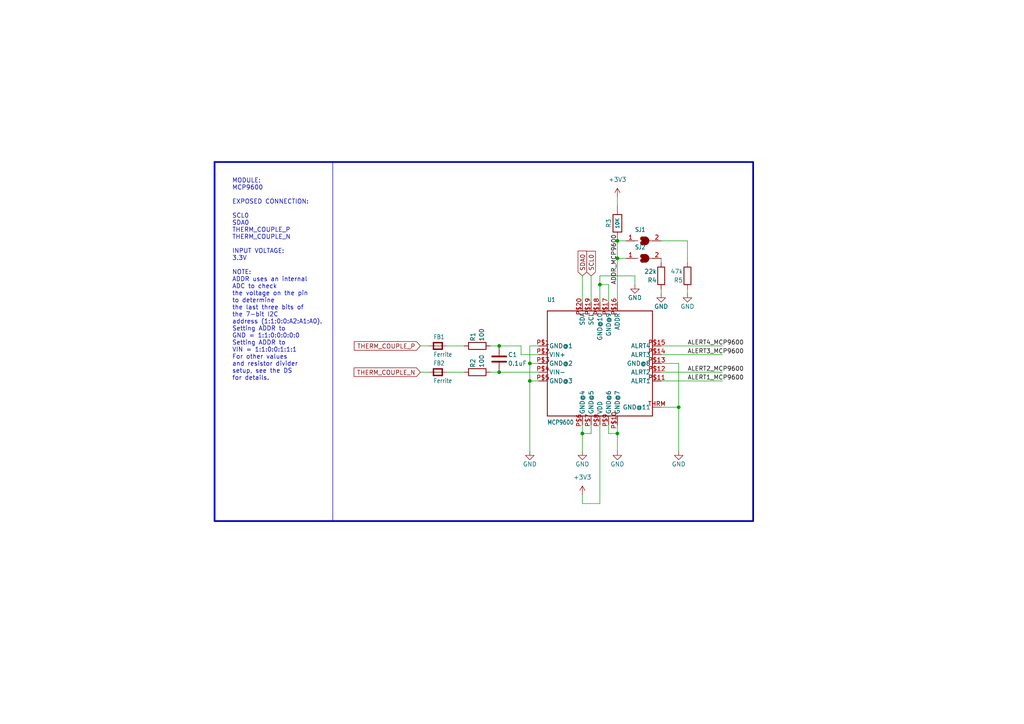
<source format=kicad_sch>
(kicad_sch (version 20230121) (generator eeschema)
  (paper "A4")
  (lib_symbols
    (symbol "Adafruit MCP9600-eagle-import:FERRITE-0805NO"
      (property "Reference" "FB" (at -1.27 1.905 0))
      (symbol "FERRITE-0805NO_1_0"
        (polyline (pts (xy -1.27 -0.9525) (xy -1.27 0.9525)) (stroke (width 0.4064)))
        (polyline (pts (xy -1.27 0.9525) (xy 1.27 0.9525)) (stroke (width 0.4064)))
        (polyline (pts (xy 1.27 -0.9525) (xy -1.27 -0.9525)) (stroke (width 0.4064)))
        (polyline (pts (xy 1.27 0.9525) (xy 1.27 -0.9525)) (stroke (width 0.4064)))
        (pin passive line (at -2.54 0 0) (length 2.54) (name "P$1") (number "1"))
        (pin passive line (at 2.54 0 180) (length 2.54) (name "P$2") (number "2"))
      )
    )
    (symbol "Adafruit MCP9600-eagle-import:MCP9600"
      (property "Reference" "U" (at -15.24 17.78 0))
      (symbol "MCP9600_1_0"
        (polyline (pts (xy -15.24 -15.24) (xy -15.24 15.24)) (stroke (width 0.254)))
        (polyline (pts (xy -15.24 15.24) (xy 15.24 15.24)) (stroke (width 0.254)))
        (polyline (pts (xy 15.24 -15.24) (xy -15.24 -15.24)) (stroke (width 0.254)))
        (polyline (pts (xy 15.24 15.24) (xy 15.24 -15.24)) (stroke (width 0.254)))
        (pin bidirectional line (at -17.78 5.08 0) (length 2.54) (name "GND@1") (number "P$1"))
        (pin bidirectional line (at 5.08 -17.78 90) (length 2.54) (name "GND@7") (number "P$10"))
        (pin bidirectional line (at 17.78 -5.08 180) (length 2.54) (name "ALRT1") (number "P$11"))
        (pin bidirectional line (at 17.78 -2.54 180) (length 2.54) (name "ALRT2") (number "P$12"))
        (pin bidirectional line (at 17.78 0 180) (length 2.54) (name "GND@8") (number "P$13"))
        (pin bidirectional line (at 17.78 2.54 180) (length 2.54) (name "ALRT3") (number "P$14"))
        (pin bidirectional line (at 17.78 5.08 180) (length 2.54) (name "ALRT4") (number "P$15"))
        (pin bidirectional line (at 5.08 17.78 270) (length 2.54) (name "ADDR") (number "P$16"))
        (pin bidirectional line (at 2.54 17.78 270) (length 2.54) (name "GND@9") (number "P$17"))
        (pin bidirectional line (at 0 17.78 270) (length 2.54) (name "GND@10") (number "P$18"))
        (pin bidirectional line (at -2.54 17.78 270) (length 2.54) (name "SCL") (number "P$19"))
        (pin bidirectional line (at -17.78 2.54 0) (length 2.54) (name "VIN+") (number "P$2"))
        (pin bidirectional line (at -5.08 17.78 270) (length 2.54) (name "SDA") (number "P$20"))
        (pin bidirectional line (at -17.78 0 0) (length 2.54) (name "GND@2") (number "P$3"))
        (pin bidirectional line (at -17.78 -2.54 0) (length 2.54) (name "VIN-") (number "P$4"))
        (pin bidirectional line (at -17.78 -5.08 0) (length 2.54) (name "GND@3") (number "P$5"))
        (pin bidirectional line (at -5.08 -17.78 90) (length 2.54) (name "GND@4") (number "P$6"))
        (pin bidirectional line (at -2.54 -17.78 90) (length 2.54) (name "GND@5") (number "P$7"))
        (pin bidirectional line (at 0 -17.78 90) (length 2.54) (name "VDD") (number "P$8"))
        (pin bidirectional line (at 2.54 -17.78 90) (length 2.54) (name "GND@6") (number "P$9"))
        (pin bidirectional line (at 17.78 -12.7 180) (length 2.54) (name "GND@11") (number "THRM"))
      )
    )
    (symbol "Adafruit MCP9600-eagle-import:RESISTOR_0603_NOOUT"
      (property "Reference" "R" (at 0 2.54 0))
      (symbol "RESISTOR_0603_NOOUT_1_0"
        (polyline (pts (xy -2.54 -1.27) (xy -2.54 1.27)) (stroke (width 0.254)))
        (polyline (pts (xy -2.54 1.27) (xy 2.54 1.27)) (stroke (width 0.254)))
        (polyline (pts (xy 2.54 -1.27) (xy -2.54 -1.27)) (stroke (width 0.254)))
        (polyline (pts (xy 2.54 1.27) (xy 2.54 -1.27)) (stroke (width 0.254)))
        (pin passive line (at -5.08 0 0) (length 2.54) (name "1") (number "1"))
        (pin passive line (at 5.08 0 180) (length 2.54) (name "2") (number "2"))
      )
    )
    (symbol "Adafruit MCP9600-eagle-import:SOLDERJUMPER"
      (property "Reference" "SJ" (at -2.54 2.54 0))
      (symbol "SOLDERJUMPER_1_0"
        (arc (start -0.381 -0.635) (mid 0.2514 -0.0001) (end -0.3808 0.635) (stroke (width 1.27)))
        (polyline (pts (xy -2.54 0) (xy -1.651 0)) (stroke (width 0.1524)))
        (polyline (pts (xy 2.54 0) (xy 1.651 0)) (stroke (width 0.1524)))
        (arc (start 0.3808 -0.635) (mid 1.0132 -0.0001) (end 0.381 0.635) (stroke (width 1.27)))
        (pin passive line (at -5.08 0 0) (length 2.54) (name "1") (number "1"))
        (pin passive line (at 5.08 0 180) (length 2.54) (name "2") (number "2"))
      )
    )
    (symbol "Device:C" (pin_numbers hide) (pin_names (offset 0.254))
      (property "Reference" "C" (at 0.635 2.54 0))
      (property "Value" "C" (at 0.635 -2.54 0))
      (symbol "C_0_1"
        (polyline (pts (xy -2.032 -0.762) (xy 2.032 -0.762)) (stroke (width 0.508)))
        (polyline (pts (xy -2.032 0.762) (xy 2.032 0.762)) (stroke (width 0.508)))
      )
      (symbol "C_1_1"
        (pin passive line (at 0 3.81 270) (length 2.794) (name "~") (number "1"))
        (pin passive line (at 0 -3.81 90) (length 2.794) (name "~") (number "2"))
      )
    )
    (symbol "Device:R" (pin_numbers hide) (pin_names (offset 0))
      (property "Reference" "R" (at 2.032 0 90))
      (property "Value" "R" (at 0 0 90))
      (symbol "R_0_1"
        (rectangle (start -1.016 -2.54) (end 1.016 2.54) (stroke (width 0.254)))
      )
      (symbol "R_1_1"
        (pin passive line (at 0 3.81 270) (length 1.27) (name "~") (number "1"))
        (pin passive line (at 0 -3.81 90) (length 1.27) (name "~") (number "2"))
      )
    )
    (symbol "power:+3V3" (power) (pin_names (offset 0))
      (property "Value" "+3V3" (at 0 3.556 0))
      (symbol "+3V3_0_1"
        (polyline (pts (xy -0.762 1.27) (xy 0 2.54)))
        (polyline (pts (xy 0 0) (xy 0 2.54)))
        (polyline (pts (xy 0 2.54) (xy 0.762 1.27)))
      )
      (symbol "+3V3_1_1"
        (pin power_in line (at 0 0 90) (length 0) hide (name "+3V3") (number "1"))
      )
    )
    (symbol "power:GND" (power) (pin_names (offset 0))
      (property "Value" "GND" (at 0 -3.81 0))
      (symbol "GND_0_1"
        (polyline (pts (xy 0 0) (xy 0 -1.27) (xy 1.27 -1.27) (xy 0 -2.54) (xy -1.27 -1.27) (xy 0 -1.27)))
      )
      (symbol "GND_1_1"
        (pin power_in line (at 0 0 270) (length 0) hide (name "GND") (number "1"))
      )
    )
  )
  (junction (at 179.07 69.85))
  (junction (at 153.67 110.49))
  (junction (at 173.99 82.55))
  (junction (at 144.78 100.33))
  (junction (at 179.07 125.73))
  (junction (at 168.91 125.73))
  (junction (at 153.67 105.41))
  (junction (at 179.07 74.93))
  (junction (at 196.85 118.11))
  (junction (at 144.78 107.95))
  (wire (pts (xy 168.91 80.01) (xy 168.91 87.63)))
  (wire (pts (xy 151.13 102.87) (xy 156.21 102.87)) (stroke (width 0.1524)))
  (wire (pts (xy 199.39 83.82) (xy 199.39 85.09)))
  (wire (pts (xy 199.39 69.85) (xy 199.39 74.93)) (stroke (width 0.1524)))
  (wire (pts (xy 173.99 80.01) (xy 184.15 80.01)) (stroke (width 0.1524)))
  (wire (pts (xy 156.21 110.49) (xy 153.67 110.49)) (stroke (width 0.1524)))
  (wire (pts (xy 191.77 110.49) (xy 209.55 110.49)) (stroke (width 0.1524)))
  (wire (pts (xy 168.91 146.05) (xy 168.91 143.51)) (stroke (width 0.1524)))
  (wire (pts (xy 176.53 87.63) (xy 176.53 82.55)) (stroke (width 0.1524)))
  (wire (pts (xy 142.24 107.95) (xy 144.78 107.95)) (stroke (width 0.1524)))
  (wire (pts (xy 171.45 123.19) (xy 171.45 125.73)) (stroke (width 0.1524)))
  (wire (pts (xy 153.67 100.33) (xy 153.67 105.41)) (stroke (width 0.1524)))
  (wire (pts (xy 156.21 100.33) (xy 153.67 100.33)) (stroke (width 0.1524)))
  (wire (pts (xy 191.77 118.11) (xy 196.85 118.11)) (stroke (width 0.1524)))
  (wire (pts (xy 173.99 87.63) (xy 173.99 82.55)) (stroke (width 0.1524)))
  (wire (pts (xy 173.99 123.19) (xy 173.99 146.05)) (stroke (width 0.1524)))
  (wire (pts (xy 179.07 74.93) (xy 179.07 69.85)) (stroke (width 0.1524)))
  (wire (pts (xy 191.77 74.93) (xy 191.77 76.2)))
  (wire (pts (xy 143.51 100.33) (xy 144.78 100.33)) (stroke (width 0.1524)))
  (wire (pts (xy 179.07 59.69) (xy 179.07 57.15)) (stroke (width 0.1524)))
  (wire (pts (xy 191.77 100.33) (xy 209.55 100.33)) (stroke (width 0.1524)))
  (wire (pts (xy 121.92 100.33) (xy 124.46 100.33)) (stroke (width 0.1524)))
  (wire (pts (xy 173.99 82.55) (xy 173.99 80.01)) (stroke (width 0.1524)))
  (wire (pts (xy 179.07 123.19) (xy 179.07 125.73)) (stroke (width 0.1524)))
  (wire (pts (xy 199.39 74.93) (xy 199.39 76.2)))
  (wire (pts (xy 191.77 107.95) (xy 209.55 107.95)) (stroke (width 0.1524)))
  (wire (pts (xy 191.77 83.82) (xy 191.77 85.09)))
  (wire (pts (xy 129.54 107.95) (xy 133.35 107.95)) (stroke (width 0.1524)))
  (wire (pts (xy 196.85 105.41) (xy 196.85 118.11)) (stroke (width 0.1524)))
  (wire (pts (xy 121.92 107.95) (xy 124.46 107.95)) (stroke (width 0.1524)))
  (wire (pts (xy 153.67 105.41) (xy 153.67 110.49)) (stroke (width 0.1524)))
  (wire (pts (xy 144.78 100.33) (xy 151.13 100.33)) (stroke (width 0.1524)))
  (wire (pts (xy 171.45 125.73) (xy 168.91 125.73)) (stroke (width 0.1524)))
  (wire (pts (xy 153.67 110.49) (xy 153.67 130.81)) (stroke (width 0.1524)))
  (wire (pts (xy 133.35 107.95) (xy 134.62 107.95)))
  (wire (pts (xy 142.24 100.33) (xy 143.51 100.33)))
  (wire (pts (xy 168.91 123.19) (xy 168.91 125.73)) (stroke (width 0.1524)))
  (wire (pts (xy 144.78 107.95) (xy 156.21 107.95)) (stroke (width 0.1524)))
  (wire (pts (xy 176.53 125.73) (xy 179.07 125.73)) (stroke (width 0.1524)))
  (wire (pts (xy 196.85 118.11) (xy 196.85 130.81)) (stroke (width 0.1524)))
  (wire (pts (xy 156.21 105.41) (xy 153.67 105.41)) (stroke (width 0.1524)))
  (wire (pts (xy 184.15 80.01) (xy 184.15 82.55)) (stroke (width 0.1524)))
  (wire (pts (xy 179.07 87.63) (xy 179.07 74.93)) (stroke (width 0.1524)))
  (wire (pts (xy 129.54 100.33) (xy 134.62 100.33)) (stroke (width 0.1524)))
  (wire (pts (xy 168.91 125.73) (xy 168.91 130.81)) (stroke (width 0.1524)))
  (wire (pts (xy 176.53 123.19) (xy 176.53 125.73)) (stroke (width 0.1524)))
  (wire (pts (xy 171.45 80.01) (xy 171.45 87.63)))
  (wire (pts (xy 191.77 69.85) (xy 199.39 69.85)) (stroke (width 0.1524)))
  (wire (pts (xy 176.53 82.55) (xy 173.99 82.55)) (stroke (width 0.1524)))
  (wire (pts (xy 191.77 105.41) (xy 196.85 105.41)) (stroke (width 0.1524)))
  (wire (pts (xy 191.77 102.87) (xy 209.55 102.87)) (stroke (width 0.1524)))
  (wire (pts (xy 181.61 69.85) (xy 179.07 69.85)) (stroke (width 0.1524)))
  (wire (pts (xy 179.07 125.73) (xy 179.07 130.81)) (stroke (width 0.1524)))
  (wire (pts (xy 151.13 100.33) (xy 151.13 102.87)) (stroke (width 0.1524)))
  (wire (pts (xy 173.99 146.05) (xy 168.91 146.05)) (stroke (width 0.1524)))
  (wire (pts (xy 179.07 74.93) (xy 181.61 74.93)) (stroke (width 0.1524)))
  (rectangle (start 62.23 46.99) (end 218.44 151.13) (stroke (width 0.5)))
  (rectangle (start 62.23 46.99) (end 96.52 151.13))
  (text "MODULE:\nMCP9600\n\nEXPOSED CONNECTION: \n\nSCL0\nSDA0\nTHERM_COUPLE_P\nTHERM_COUPLE_N\n\nINPUT VOLTAGE:\n3.3V\n\nNOTE: \nADDR uses an internal \nADC to check\nthe voltage on the pin \nto determine\nthe last three bits of \nthe 7-bit I2C\naddress (1:1:0:0:A2:A1:A0).\nSetting ADDR to \nGND = 1:1:0:0:0:0:0\nSetting ADDR to \nVIN = 1:1:0:0:1:1:1\nFor other values \nand resistor divider\nsetup, see the DS \nfor details." (at 67.31 110.49 0) (effects (font (size 1.27 1.27)) (justify left bottom)))
  (label "ALERT2_MCP9600" (at 199.39 107.95 0) (effects (font (size 1.2446 1.2446))))
  (label "ALERT3_MCP9600" (at 199.39 102.87 0) (effects (font (size 1.2446 1.2446))))
  (label "ALERT1_MCP9600" (at 199.39 110.49 0) (effects (font (size 1.2446 1.2446))))
  (label "ADDR_MCP9600" (at 179.07 82.55 90) (effects (font (size 1.2446 1.2446))))
  (label "ALERT4_MCP9600" (at 199.39 100.33 0) (effects (font (size 1.2446 1.2446))))
  (global_label "THERM_COUPLE_N" (shape input) (at 121.92 107.95 180) (property "Intersheetrefs" "${INTERSHEET_REFS}" (effects hide)))
  (global_label "SCL0" (shape input) (at 171.45 80.01 90) (property "Intersheetrefs" "${INTERSHEET_REFS}" (effects hide)))
  (global_label "THERM_COUPLE_P" (shape input) (at 121.92 100.33 180) (property "Intersheetrefs" "${INTERSHEET_REFS}" (effects hide)))
  (global_label "SDA0" (shape input) (at 168.91 80.01 90) (property "Intersheetrefs" "${INTERSHEET_REFS}" (effects hide)))
  (symbol (lib_id "power:GND") (at 179.07 130.81 0) (unit 1)
    (property "Reference" "#PWR05" (effects hide))
    (property "Value" "GND" (at 179.07 134.62 0))
  )
  (symbol (lib_id "Device:R") (at 191.77 80.01 180) (unit 1)
    (property "Reference" "R4" (at 190.5 81.28 0) (effects (justify left)))
    (property "Value" "22k" (at 190.5 78.74 0) (effects (justify left)))
    (property "Footprint" "Resistor_SMD:R_01005_0402Metric" (effects hide))
  )
  (symbol (lib_id "power:+3V3") (at 179.07 57.15 0) (unit 1)
    (property "Reference" "#PWR04" (effects hide))
    (property "Value" "+3V3" (at 179.07 52.07 0))
  )
  (symbol (lib_id "Adafruit MCP9600-eagle-import:FERRITE-0805NO") (at 127 100.33 0) (unit 1)
    (property "Reference" "FB1" (at 125.73 98.425 0) (effects (font (size 1.27 1.0795)) (justify left bottom)))
    (property "Value" "Ferrite" (at 125.73 103.505 0) (effects (font (size 1.27 1.0795)) (justify left bottom)))
    (property "Footprint" "Adafruit MCP9600:0805-NO" (effects hide))
  )
  (symbol (lib_id "Adafruit MCP9600-eagle-import:MCP9600") (at 173.99 105.41 0) (unit 1)
    (property "Reference" "U1" (at 158.75 87.63 0) (effects (font (size 1.27 1.0795)) (justify left bottom)))
    (property "Value" "MCP9600" (at 158.75 123.19 0) (effects (font (size 1.27 1.0795)) (justify left bottom)))
    (property "Footprint" "Adafruit MCP9600:VQFN20_5MM" (effects hide))
  )
  (symbol (lib_id "Device:R") (at 138.43 107.95 90) (unit 1)
    (property "Reference" "R2" (at 137.16 106.68 0) (effects (justify left)))
    (property "Value" "100" (at 139.7 106.68 0) (effects (justify left)))
    (property "Footprint" "Resistor_SMD:R_01005_0402Metric" (effects hide))
  )
  (symbol (lib_id "Adafruit MCP9600-eagle-import:FERRITE-0805NO") (at 127 107.95 0) (unit 1)
    (property "Reference" "FB2" (at 125.73 106.045 0) (effects (font (size 1.27 1.0795)) (justify left bottom)))
    (property "Value" "Ferrite" (at 125.73 111.125 0) (effects (font (size 1.27 1.0795)) (justify left bottom)))
    (property "Footprint" "Adafruit MCP9600:0805-NO" (effects hide))
  )
  (symbol (lib_id "Adafruit MCP9600-eagle-import:SOLDERJUMPER") (at 186.69 74.93 0) (unit 1)
    (property "Reference" "SJ2" (at 184.15 72.39 0) (effects (font (size 1.27 1.0795)) (justify left bottom)))
    (property "Value" "SOLDERJUMPER" (effects hide))
    (property "Footprint" "Adafruit MCP9600:SOLDERJUMPER_ARROW_NOPASTE" (effects hide))
  )
  (symbol (lib_id "power:+3V3") (at 168.91 143.51 0) (unit 1)
    (property "Reference" "#PWR03" (effects hide))
    (property "Value" "+3V3" (at 168.91 138.43 0))
  )
  (symbol (lib_id "Adafruit MCP9600-eagle-import:SOLDERJUMPER") (at 186.69 69.85 0) (unit 1)
    (property "Reference" "SJ1" (at 184.15 67.31 0) (effects (font (size 1.27 1.0795)) (justify left bottom)))
    (property "Value" "SOLDERJUMPER" (effects hide))
    (property "Footprint" "Adafruit MCP9600:SOLDERJUMPER_ARROW_NOPASTE" (effects hide))
  )
  (symbol (lib_id "Adafruit MCP9600-eagle-import:RESISTOR_0603_NOOUT") (at 179.07 64.77 90) (unit 1)
    (property "Reference" "R3" (at 176.53 64.77 0))
    (property "Value" "10K" (at 179.07 64.77 0) (effects (font (size 1.016 1.016) bold)))
    (property "Footprint" "Adafruit MCP9600:0603-NO" (effects hide))
  )
  (symbol (lib_id "Device:R") (at 199.39 80.01 180) (unit 1)
    (property "Reference" "R5" (at 198.12 81.28 0) (effects (justify left)))
    (property "Value" "47k" (at 198.12 78.74 0) (effects (justify left)))
    (property "Footprint" "Resistor_SMD:R_01005_0402Metric" (effects hide))
  )
  (symbol (lib_id "power:GND") (at 199.39 85.09 0) (unit 1)
    (property "Reference" "#PWR09" (effects hide))
    (property "Value" "GND" (at 199.39 88.9 0))
  )
  (symbol (lib_id "power:GND") (at 153.67 130.81 0) (unit 1)
    (property "Reference" "#PWR01" (effects hide))
    (property "Value" "GND" (at 153.67 134.62 0))
  )
  (symbol (lib_id "Device:R") (at 138.43 100.33 90) (unit 1)
    (property "Reference" "R1" (at 137.16 99.06 0) (effects (justify left)))
    (property "Value" "100" (at 139.7 99.06 0) (effects (justify left)))
    (property "Footprint" "Resistor_SMD:R_01005_0402Metric" (effects hide))
  )
  (symbol (lib_id "Device:C") (at 144.78 104.14 0) (unit 1)
    (property "Reference" "C1" (at 147.32 102.87 0) (effects (justify left)))
    (property "Value" "0.1uF" (at 147.32 105.41 0) (effects (justify left)))
    (property "Footprint" "Capacitor_SMD:C_0402_1005Metric" (effects hide))
  )
  (symbol (lib_id "power:GND") (at 196.85 130.81 0) (unit 1)
    (property "Reference" "#PWR08" (effects hide))
    (property "Value" "GND" (at 196.85 134.62 0))
  )
  (symbol (lib_id "power:GND") (at 191.77 85.09 0) (unit 1)
    (property "Reference" "#PWR07" (effects hide))
    (property "Value" "GND" (at 191.77 88.9 0))
  )
  (symbol (lib_id "power:GND") (at 168.91 130.81 0) (unit 1)
    (property "Reference" "#PWR02" (effects hide))
    (property "Value" "GND" (at 168.91 134.62 0))
  )
  (symbol (lib_id "power:GND") (at 184.15 82.55 0) (unit 1)
    (property "Reference" "#PWR06" (effects hide))
    (property "Value" "GND" (at 184.15 86.36 0))
  )
)
</source>
